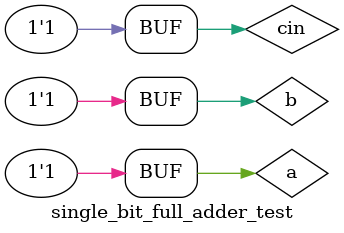
<source format=v>
`timescale 1ns / 1ps


module single_bit_full_adder_test;

	// Inputs
	reg a;
	reg b;
	reg cin;

	// Outputs
	wire sum;
	wire cout;

	// Instantiate the Unit Under Test (UUT)
	single_bit_full_adder uut (
		.a(a), 
		.b(b), 
		.cin(cin), 
		.sum(sum), 
		.cout(cout)
	);

	initial begin
		// Initialize Inputs
		a = 0;
		b = 0;
		cin = 0;

		// Wait 100 ns for global reset to finish
		#100;
        
		// Add stimulus here
		a = 0;
		b = 0;
		cin = 0;
		#100;
		
		a = 1;
		b = 0;
		cin = 0;
		#100;
		
		a = 0;
		b = 1;
		cin = 0;
		#100;
		
		a = 1;
		b = 1;
		cin = 0;
		#100;
		
		a = 0;
		b = 0;
		cin = 1;
		#100;
		
		a = 1;
		b = 0;
		cin = 1;
		#100;
		
		a = 0;
		b = 1;
		cin = 1;
		#100;
		
		a = 1;
		b = 1;
		cin = 1;
		#100;
		
	end
      
endmodule


</source>
